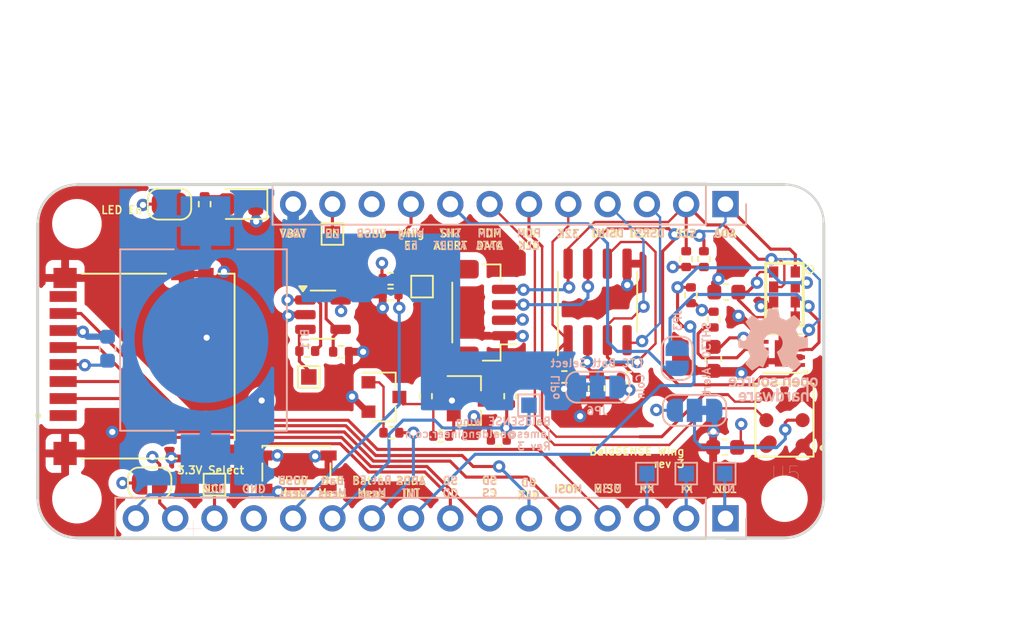
<source format=kicad_pcb>
(kicad_pcb (version 20240108) (generator "pcbnew") (generator_version "8.0")
  (layers (0 "F.Cu" signal) (1 "In1.Cu" power "In1.Gnd.Cu") (2 "In2.Cu" power "In2.3v3.Cu") (31 "B.Cu" signal) (34 "B.Paste" user) (35 "F.Paste" user) (36 "B.SilkS" user "B.Silkscreen") (37 "F.SilkS" user "F.Silkscreen") (38 "B.Mask" user) (39 "F.Mask" user) (44 "Edge.Cuts" user))
  (net 0 "")
  (net 1 "+3.3V")
  (net 2 "/TX")
  (net 3 "/RX")
  (net 4 "GND")
  (net 5 "Net-(D1-A)")
  (net 6 "/NC2")
  (net 7 "/~{RST}")
  (net 8 "/SDA")
  (net 9 "/SCL")
  (net 10 "+3v3_Feather")
  (net 11 "/EN")
  (net 12 "+RTC_BATT")
  (net 13 "Net-(JP2-C)")
  (net 14 "/NC1")
  (net 15 "/SD_DOut")
  (net 16 "/SD_DIn")
  (net 17 "/SD_CLK")
  (net 18 "/APDS_INT")
  (net 19 "/Batt_Meas")
  (net 20 "/VUSB_Meas")
  (net 21 "/Batt_Meas_En")
  (net 22 "/Load_SW_En")
  (net 23 "+Vusb")
  (net 24 "/32KHz")
  (net 25 "/DS3231_INT")
  (net 26 "/DS3231_RST")
  (net 27 "/PDM_DATA")
  (net 28 "/PDM_CLK")
  (net 30 "/SD_CS")
  (net 32 "/SD_CD")
  (net 33 "Net-(JP3-A)")
  (net 34 "Net-(JP5-B)")
  (net 35 "Net-(Q1-C)")
  (net 36 "Net-(Q1-B)")
  (net 37 "Net-(Q2-C)")
  (net 38 "Net-(Q2-B)")
  (net 39 "Net-(U3-~{RESET})")
  (net 40 "Net-(U1-LDR)")
  (net 41 "+V_RTC")
  (net 42 "/SHT30_ALERT")
  (net 43 "+Vbatt")
  (net 44 "Net-(U4-FLG)")
  (footprint "MountingHole:MountingHole_2.7mm_M2.5" (layer "F.Cu") (at 27.94 27.94)
    (property "Reference" "REF**" (hide yes))
    (property "Value" "MountingHole_2.7mm_M2.5" (hide yes))
  )
  (footprint "MountingHole:MountingHole_2.7mm_M2.5" (layer "F.Cu") (at 27.94 45.72)
    (property "Reference" "REF**" (hide yes))
    (property "Value" "MountingHole_2.7mm_M2.5" (hide yes))
  )
  (footprint "MountingHole:MountingHole_2.5mm" (layer "F.Cu") (at 73.66 45.72)
    (property "Reference" "REF**" (hide yes))
    (property "Value" "MountingHole_2.5mm" (hide yes))
  )
  (footprint "MountingHole:MountingHole_2.5mm" (layer "F.Cu") (at 73.66 27.94)
    (property "Reference" "REF**" (hide yes))
    (property "Value" "MountingHole_2.5mm" (hide yes))
  )
  (footprint "Capacitor_SMD:C_0603_1608Metric" (layer "F.Cu") (at 69.825 42.4 180)
    (property "Reference" "C1" (hide yes))
    (property "Value" "1uF")
  )
  (footprint "LED_SMD:LED_0805_2012Metric" (layer "F.Cu") (at 38.5595 26.67 180)
    (property "Reference" "D1" (hide yes))
    (property "Value" "PWR_LED")
  )
  (footprint "Jumper:SolderJumper-2_P1.3mm_Open_RoundedPad1.0x1.5mm" (layer "F.Cu") (at 33.924 26.67)
    (property "Reference" "JP5" (hide yes))
    (property "Value" "LED En")
  )
  (footprint "Resistor_SMD:R_0402_1005Metric" (layer "F.Cu") (at 48.2092 31.496)
    (property "Reference" "R5" (hide yes))
    (property "Value" "10K")
  )
  (footprint "Resistor_SMD:R_0402_1005Metric" (layer "F.Cu") (at 48.2092 32.512 180)
    (property "Reference" "R6" (hide yes))
    (property "Value" "10K")
  )
  (footprint "Resistor_SMD:R_0402_1005Metric" (layer "F.Cu") (at 68.453 30.226 90)
    (property "Reference" "R12" (hide yes))
    (property "Value" "10K")
  )
  (footprint "My Libraries:APDS-9960" (layer "F.Cu") (at 73.66 32.512)
    (property "Reference" "U1")
    (property "Value" "APDS-9960")
  )
  (footprint "Package_SO:SOIC-8_3.9x4.9mm_P1.27mm" (layer "F.Cu") (at 61.5823 32.9946 90)
    (property "Reference" "U2" (hide yes))
    (property "Value" "DS3231MZ")
  )
  (footprint "Resistor_SMD:R_0402_1005Metric" (layer "F.Cu") (at 63.6016 37.8968)
    (property "Reference" "R2" (hide yes))
    (property "Value" "10K")
  )
  (footprint "Resistor_SMD:R_0402_1005Metric" (layer "F.Cu") (at 59.436 37.846 180)
    (property "Reference" "R1" (hide yes))
    (property "Value" "10K")
  )
  (footprint "Resistor_SMD:R_0402_1005Metric" (layer "F.Cu") (at 36.195 26.672 -90)
    (property "Reference" "R11" (hide yes))
    (property "Value" "1K")
  )
  (footprint "Jumper:SolderJumper-2_P1.3mm_Open_RoundedPad1.0x1.5mm" (layer "F.Cu") (at 32.639 44.704)
    (property "Reference" "JP1" (hide yes))
    (property "Value" "3.3V Select")
  )
  (footprint "Capacitor_SMD:C_0603_1608Metric" (layer "F.Cu") (at 61.5188 38.5826 -90)
    (property "Reference" "C2" (hide yes))
    (property "Value" "1uF")
  )
  (footprint "My Libraries:AMPHENOL_1140084168" (layer "F.Cu") (at 27.926 37.143 -90)
    (property "Reference" "J3" (hide yes))
    (property "Value" "1140084168")
  )
  (footprint "My Libraries:XDCR_CMM-4737DT-26186-TR" (layer "F.Cu") (at 73.66 40.64 180)
    (property "Reference" "U5")
    (property "Value" "CMM-4737DT-26186-TR")
  )
  (footprint "Capacitor_SMD:C_0603_1608Metric" (layer "F.Cu") (at 69.9008 32.3596 180)
    (property "Reference" "C3" (hide yes))
    (property "Value" "1uF")
  )
  (footprint "Package_TO_SOT_SMD:SOT-23" (layer "F.Cu") (at 53.2892 39.37)
    (property "Reference" "Q1" (hide yes))
    (property "Value" "Q_PNP_BEC")
  )
  (footprint "Resistor_SMD:R_0402_1005Metric" (layer "F.Cu") (at 55.9308 39.0906 90)
    (property "Reference" "R10" (hide yes))
    (property "Value" "10K")
  )
  (footprint "Package_TO_SOT_SMD:SOT-23" (layer "F.Cu") (at 47.7774 39.1414)
    (property "Reference" "Q2" (hide yes))
    (property "Value" "Q_NPN_BEC")
  )
  (footprint "Resistor_SMD:R_0402_1005Metric" (layer "F.Cu") (at 50.5 39.0906 90)
    (property "Reference" "R8" (hide yes))
    (property "Value" "1K")
  )
  (footprint "Resistor_SMD:R_0402_1005Metric" (layer "F.Cu") (at 51.4791 41.656)
    (property "Reference" "R7" (hide yes))
    (property "Value" "10K")
  )
  (footprint "Resistor_SMD:R_0402_1005Metric" (layer "F.Cu") (at 48.26 41.4528)
    (property "Reference" "R9" (hide yes))
    (property "Value" "1K")
  )
  (footprint "Resistor_SMD:R_0402_1005Metric" (layer "F.Cu") (at 55.2008 41.91)
    (property "Reference" "R14" (hide yes))
    (property "Value" "10K")
  )
  (footprint "Resistor_SMD:R_0402_1005Metric" (layer "F.Cu") (at 67.31 30.226 90)
    (property "Reference" "R13" (hide yes))
    (property "Value" "10K")
  )
  (footprint "Capacitor_SMD:C_0603_1608Metric" (layer "F.Cu") (at 69.0626 36.6776 -90)
    (property "Reference" "C4" (hide yes))
    (property "Value" "1uF")
  )
  (footprint "My Libraries:DFN250X250X100-9N" (layer "F.Cu") (at 73.533 36.322 180)
    (property "Reference" "U3")
    (property "Value" "SHT30-DIS")
  )
  (footprint "Package_TO_SOT_SMD:SOT-23-5" (layer "F.Cu") (at 43.8404 33.8187)
    (property "Reference" "U4" (hide yes))
    (property "Value" "AP2151AW-7 ")
  )
  (footprint "Resistor_SMD:R_0402_1005Metric" (layer "F.Cu") (at 69.088 34.1376 90)
    (property "Reference" "R3" (hide yes))
    (property "Value" "10K")
  )
  (footprint "TestPoint:TestPoint_Pad_1.0x1.0mm" (layer "F.Cu") (at 36.83 44.8056)
    (property "Reference" "TP1" (hide yes))
    (property "Value" "Test Point")
  )
  (footprint "TestPoint:TestPoint_Pad_1.0x1.0mm" (layer "F.Cu") (at 42.926 37.846)
    (property "Reference" "TP7" (hide yes))
    (property "Value" "FLG")
  )
  (footprint "Resistor_SMD:R_0402_1005Metric" (layer "F.Cu") (at 67.6148 32.5628 -90)
    (property "Reference" "R16" (hide yes))
    (property "Value" "10K")
  )
  (footprint "Button_Switch_SMD:SW_SPST_PTS810" (layer "F.Cu") (at 42.121 44.001)
    (property "Reference" "SW1" (hide yes))
    (property "Value" "PTS810")
  )
  (footprint "Connector_JST:JST_SH_BM04B-SRSS-TB_1x04-1MP_P1.00mm_Vertical" (layer "F.Cu") (at 54.2036 33.6804 90)
    (property "Reference" "J4" (hide yes))
    (property "Value" "STEMMA-QT")
  )
  (footprint "TestPoint:TestPoint_Pad_1.0x1.0mm" (layer "F.Cu") (at 44.45 28.6004)
    (property "Reference" "TP8" (hide yes))
    (property "Value" "Test Point")
  )
  (footprint "Resistor_SMD:R_0402_1005Metric" (layer "F.Cu") (at 42.8244 36.1696)
    (property "Reference" "R15" (hide yes))
    (property "Value" "10K")
  )
  (footprint "TestPoint:TestPoint_Pad_1.0x1.0mm" (layer "F.Cu") (at 50.2412 32.004)
    (property "Reference" "TP6" (hide yes))
    (property "Value" "Test Point")
  )
  (footprint "Resistor_SMD:R_0402_1005Metric" (layer "F.Cu") (at 45.0088 36.2204 180)
    (property "Reference" "R4" (hide yes))
    (property "Value" "10K")
  )
  (footprint "Connector_PinHeader_2.54mm:PinHeader_1x16_P2.54mm_Vertical" (layer "B.Cu") (at 69.85 46.99 90)
    (property "Reference" "J1" (hide yes))
    (property "Value" "feather long" (hide yes))
  )
  (footprint "Connector_PinHeader_2.54mm:PinHeader_1x12_P2.54mm_Vertical" (layer "B.Cu") (at 69.85 26.67 90)
    (property "Reference" "J2" (hide yes))
    (property "Value" "feather short" (hide yes))
  )
  (footprint "Capacitor_SMD:C_0603_1608Metric" (layer "B.Cu") (at 29.9212 36.0172 90)
    (property "Reference" "C7" (hide yes))
    (property "Value" "1uF")
  )
  (footprint "Jumper:SolderJumper-2_P1.3mm_Open_RoundedPad1.0x1.5mm" (layer "B.Cu") (at 66.7258 36.6395 -90)
    (property "Reference" "JP3")
    (property "Value" "SHT30-Alert")
  )
  (footprint "My Libraries:MPD_BK-870" (layer "B.Cu") (at 36.2458 35.4584 90)
    (property "Reference" "BT1")
    (property "Value" "10mm")
  )
  (footprint "Jumper:SolderJumper-3_P1.3mm_Bridged12_RoundedPad1.0x1.5mm" (layer "B.Cu") (at 61.595 38.5064)
    (property "Reference" "JP6")
    (property "Value" "RTC Batt Select")
  )
  (footprint "Symbol:OSHW-Logo_5.7x6mm_SilkScreen" (layer "B.Cu") (at 72.9361 36.4236 180)
    (property "Reference" "REF**" (hide yes))
    (property "Value" "OSHW-Logo_5.7x6mm_SilkScreen" (hide yes))
  )
  (footprint "Jumper:SolderJumper-3_P1.3mm_Bridged12_RoundedPad1.0x1.5mm" (layer "B.Cu") (at 67.848 40.005 180)
    (property "Reference" "JP2" (hide yes))
    (property "Value" "RTC Batt Select")
  )
  (footprint "TestPoint:TestPoint_Pad_1.0x1.0mm" (layer "B.Cu") (at 69.7992 44.0944 -90)
    (property "Reference" "TP4" (hide yes))
    (property "Value" "Test Point")
  )
  (footprint "TestPoint:TestPoint_Pad_1.0x1.0mm" (layer "B.Cu") (at 57.15 39.6748 180)
    (property "Reference" "TP5" (hide yes))
    (property "Value" "Test Point")
  )
  (footprint "TestPoint:TestPoint_Pad_1.0x1.0mm" (layer "B.Cu") (at 67.31 44.0944 -90)
    (property "Reference" "TP3" (hide yes))
    (property "Value" "Test Point")
  )
  (footprint "TestPoint:TestPoint_Pad_1.0x1.0mm" (layer "B.Cu") (at 64.77 44.0944 90)
    (property "Reference" "TP2" (hide yes))
    (property "Value" "Test Point")
  )
  (gr_line (start 25.4 45.72) (end 25.4 27.94) (stroke (width 0.2)) (layer "Edge.Cuts"))
  (gr_line (start 76.2 27.94) (end 76.2 45.72) (stroke (width 0.2)) (layer "Edge.Cuts"))
  (gr_arc (start 76.2 45.72) (mid 75.456051 47.516051) (end 73.66 48.26) (stroke (width 0.15)) (layer "Edge.Cuts"))
  (gr_arc (start 25.4 27.94) (mid 26.143949 26.143949) (end 27.94 25.4) (stroke (width 0.15)) (layer "Edge.Cuts"))
  (gr_arc (start 73.66 25.4) (mid 75.456051 26.143949) (end 76.2 27.94) (stroke (width 0.15)) (layer "Edge.Cuts"))
  (gr_arc (start 27.94 48.26) (mid 26.143949 47.516051) (end 25.4 45.72) (stroke (width 0.15)) (layer "Edge.Cuts"))
  (gr_line (start 73.66 48.26) (end 27.94 48.26) (stroke (width 0.2)) (layer "Edge.Cuts"))
  (gr_line (start 27.94 25.4) (end 73.66 25.4) (stroke (width 0.2)) (layer "Edge.Cuts"))
  (gr_text "VUSB\nMeas" (at 41.91 44.958 -0) (layer "B.SilkS") (effects (font (size 0.5 0.5) (thickness 0.1)) (justify mirror)))
  (gr_text "BaldSENSE Wing\njames@baldengineer.com\nRev 3" (at 58.6232 41.529 0) (layer "B.SilkS") (effects (font (size 0.5 0.5) (thickness 0.1)) (justify left mirror)))
  (gr_text "TX" (at 67.3862 45.0723 0) (layer "B.SilkS") (effects (font (size 0.5 0.5) (thickness 0.1)) (justify mirror)))
  (gr_text "RX" (at 64.77 45.0596 0) (layer "B.SilkS") (effects (font (size 0.5 0.5) (thickness 0.1)) (justify mirror)))
  (gr_text "MISO" (at 62.2554 45.0596 0) (layer "B.SilkS") (effects (font (size 0.5 0.5) (thickness 0.1)) (justify mirror)))
  (gr_text "MOSI" (at 59.69 45.0977 0) (layer "B.SilkS") (effects (font (size 0.5 0.5) (thickness 0.1)) (justify mirror)))
  (gr_text "SD\nCLK" (at 57.1246 45.0977 0) (layer "B.SilkS") (effects (font (size 0.5 0.5) (thickness 0.1)) (justify mirror)))
  (gr_text "APDS\nINT" (at 49.5173 44.9707 0) (layer "B.SilkS") (effects (font (size 0.5 0.5) (thickness 0.1)) (justify mirror)))
  (gr_text "Bat En\nMeas" (at 47.0154 44.9326 0) (layer "B.SilkS") (effects (font (size 0.5 0.5) (thickness 0.1)) (justify mirror)))
  (gr_text "GND" (at 39.3827 45.0977 0) (layer "B.SilkS") (effects (font (size 0.5 0.5) (thickness 0.1)) (justify mirror)))
  (gr_text "NC2" (at 36.83 45.0977 0) (layer "B.SilkS") (effects (font (size 0.5 0.5) (thickness 0.1)) (justify mirror)))
  (gr_text "VBAT" (at 41.8973 28.5623 0) (layer "B.SilkS") (effects (font (size 0.5 0.5) (thickness 0.1)) (justify mirror)))
  (gr_text "EN" (at 44.45 28.6004 0) (layer "B.SilkS") (effects (font (size 0.5 0.5) (thickness 0.1)) (justify mirror)))
  (gr_text "VUSB" (at 46.9646 28.575 0) (layer "B.SilkS") (effects (font (size 0.5 0.5) (thickness 0.1)) (justify mirror)))
  (gr_text "Wing\nEn" (at 49.5173 28.9433 0) (layer "B.SilkS") (effects (font (size 0.5 0.5) (thickness 0.1)) (justify mirror)))
  (gr_text "SHT\nALERT" (at 52.0573 28.956 0) (layer "B.SilkS") (effects (font (size 0.5 0.5) (thickness 0.1)) (justify mirror)))
  (gr_text "PDM\nDATA" (at 54.5973 28.956 0) (layer "B.SilkS") (effects (font (size 0.5 0.5) (thickness 0.1)) (justify mirror)))
  (gr_text "PDM\nCLK" (at 57.15 28.956 0) (layer "B.SilkS") (effects (font (size 0.5 0.5) (thickness 0.1)) (justify mirror)))
  (gr_text "32K" (at 59.69 28.6004 0) (layer "B.SilkS") (effects (font (size 0.5 0.5) (thickness 0.1)) (justify mirror)))
  (gr_text "DSINT" (at 62.23 28.5496 0) (layer "B.SilkS") (effects (font (size 0.5 0.5) (thickness 0.1)) (justify mirror)))
  (gr_text "DSRST" (at 64.77 28.5496 0) (layer "B.SilkS") (effects (font (size 0.5 0.5) (thickness 0.1)) (justify mirror)))
  (gr_text "SCL" (at 67.2846 28.5877 0) (layer "B.SilkS") (effects (font (size 0.5 0.5) (thickness 0.1)) (justify mirror)))
  (gr_text "SDA" (at 69.8119 28.575 0) (layer "B.SilkS") (effects (font (size 0.5 0.5) (thickness 0.1)) (justify mirror)))
  (gr_text "NC1" (at 69.723 45.085 -0) (layer "B.SilkS") (effects (font (size 0.5 0.5) (thickness 0.1)) (justify mirror)))
  (gr_text "SD\nCS" (at 54.61 44.958 -0) (layer "B.SilkS") (effects (font (size 0.5 0.5) (thickness 0.1)) (justify mirror)))
  (gr_text "Batt\nMeas" (at 44.45 44.958 -0) (layer "B.SilkS") (effects (font (size 0.5 0.5) (thickness 0.1)) (justify mirror)))
  (gr_text "LiPo" (at 58.8645 38.5191 90) (layer "B.SilkS") (effects (font (size 0.5 0.5) (thickness 0.1)) (justify mirror)))
  (gr_text "SD\nCD" (at 52.07 44.958 -0) (layer "B.SilkS") (effects (font (size 0.5 0.5) (thickness 0.1)) (justify mirror)))
  (gr_text "Coin" (at 64.3509 38.4683 90) (layer "B.SilkS") (effects (font (size 0.5 0.5) (thickness 0.1)) (justify mirror)))
  (gr_text "NC2" (at 36.83 45.085 0) (layer "F.SilkS") (effects (font (size 0.5 0.5) (thickness 0.1))))
  (gr_text "GND" (at 39.37 45.085 0) (layer "F.SilkS") (effects (font (size 0.5 0.5) (thickness 0.1))))
  (gr_text "Batt\nMeas" (at 44.45 44.958 0) (layer "F.SilkS") (effects (font (size 0.5 0.5) (thickness 0.1))))
  (gr_text "Bat En\nMeas" (at 46.99 44.958 0) (layer "F.SilkS") (effects (font (size 0.5 0.5) (thickness 0.1))))
  (gr_text "APDS\nINT" (at 49.53 44.958 0) (layer "F.SilkS") (effects (font (size 0.5 0.5) (thickness 0.1))))
  (gr_text "SD\nCLK" (at 57.15 45.085 0) (layer "F.SilkS") (effects (font (size 0.5 0.5) (thickness 0.1))))
  (gr_text "MOSI" (at 59.69 45.085 0) (layer "F.SilkS") (effects (font (size 0.5 0.5) (thickness 0.1))))
  (gr_text "MISO" (at 62.23 45.085 0) (layer "F.SilkS") (effects (font (size 0.5 0.5) (thickness 0.1))))
  (gr_text "RX" (at 64.77 45.085 0) (layer "F.SilkS") (effects (font (size 0.5 0.5) (thickness 0.1))))
  (gr_text "TX" (at 67.31 45.085 0) (layer "F.SilkS") (effects (font (size 0.5 0.5) (thickness 0.1))))
  (gr_text "NC1" (at 69.85 45.085 0) (layer "F.SilkS") (effects (font (size 0.5 0.5) (thickness 0.1))))
  (gr_text "SDA" (at 69.85 28.575 0) (layer "F.SilkS") (effects (font (size 0.5 0.5) (thickness 0.1))))
  (gr_text "SCL" (at 67.31 28.575 0) (layer "F.SilkS") (effects (font (size 0.5 0.5) (thickness 0.1))))
  (gr_text "DSRST" (at 64.77 28.575 0) (layer "F.SilkS") (effects (font (size 0.5 0.5) (thickness 0.1))))
  (gr_text "DSINT" (at 62.23 28.575 0) (layer "F.SilkS") (effects (font (size 0.5 0.5) (thickness 0.1))))
  (gr_text "32K" (at 59.69 28.575 0) (layer "F.SilkS") (effects (font (size 0.5 0.5) (thickness 0.1))))
  (gr_text "PDM\nCLK" (at 57.15 28.956 0) (layer "F.SilkS") (effects (font (size 0.5 0.5) (thickness 0.1))))
  (gr_text "PDM\nDATA" (at 54.61 28.956 0) (layer "F.SilkS") (effects (font (size 0.5 0.5) (thickness 0.1))))
  (gr_text "SHT\nALERT" (at 52.07 28.956 0) (layer "F.SilkS") (effects (font (size 0.5 0.5) (thickness 0.1))))
  (gr_text "EN" (at 44.45 28.575 0) (layer "F.SilkS") (effects (font (size 0.5 0.5) (thickness 0.1))))
  (gr_text "VBAT" (at 41.91 28.575 0) (layer "F.SilkS") (effects (font (size 0.5 0.5) (thickness 0.1))))
  (gr_text "VUSB" (at 46.99 28.575 0) (layer "F.SilkS") (effects (font (size 0.5 0.5) (thickness 0.1))))
  (gr_text "BaldSENSE Wing\nrev 3" (at 67.2592 43.0657 0) (layer "F.SilkS") (effects (font (size 0.5 0.5) (thickness 0.1)) (justify right)))
  (gr_text "SD\nCD" (at 52.07 44.958 0) (layer "F.SilkS") (effects (font (size 0.5 0.5) (thickness 0.1))))
  (gr_text "SD\nCS" (at 54.61 44.958 0) (layer "F.SilkS") (effects (font (size 0.5 0.5) (thickness 0.1))))
  (gr_text "VUSB\nMeas" (at 41.91 44.958 0) (layer "F.SilkS") (effects (font (size 0.5 0.5) (thickness 0.1))))
  (gr_text "Wing\nEn" (at 49.53 28.956 -0) (layer "F.SilkS") (effects (font (size 0.5 0.5) (thickness 0.1))))
  (segment (start 32.258 26.67) (end 32.2072 26.7208) (width 0.2) (layer "F.Cu") (net 1))
  (segment (start 72.358 35.572) (end 71.266706 35.572) (width 0.2) (layer "F.Cu") (net 1))
  (segment (start 42.7029 32.8687) (end 41.5555 32.8687) (width 0.2) (layer "F.Cu") (net 1))
  (segment (start 61.608 37.8968) (end 61.5188 37.8076) (width 0.2) (layer "F.Cu") (net 1))
  (segment (start 33.274 26.67) (end 32.258 26.67) (width 0.2) (layer "F.Cu") (net 1))
  (segment (start 69.5376 35.9026) (end 70.1222 35.318) (width 0.2) (layer "F.Cu") (net 1))
  (segment (start 60.9473 35.4696) (end 60.9473 37.2361) (width 0.2) (layer "F.Cu") (net 1))
  (segment (start 70.1222 35.318) (end 71.012706 35.318) (width 0.2) (layer "F.Cu") (net 1))
  (segment (start 70.8383 40.9217) (end 70.866 40.894) (width 0.1524) (layer "F.Cu") (net 1))
  (segment (start 55.5286 34.1804) (end 56.7008 34.1804) (width 0.2) (layer "F.Cu") (net 1))
  (segment (start 31.989 44.704) (end 30.8864 44.704) (width 0.2) (layer "F.Cu") (net 1))
  (segment (start 28.407 37.043) (end 28.448 37.084) (width 0.2) (layer "F.Cu") (net 1))
  (segment (start 68.453 30.736) (end 67.31 30.736) (width 0.2) (layer "F.Cu") (net 1))
  (segment (start 67.8708 33.0728) (end 68.326 33.528) (width 0.2) (layer "F.Cu") (net 1))
  (segment (start 43.688 33.1216) (end 43.4351 32.8687) (width 0.2) (layer "F.Cu") (net 1))
  (segment (start 43.3344 36.1696) (end 43.688 35.816) (width 0.2) (layer "F.Cu") (net 1))
  (segment (start 70.8383 42.418) (end 70.8383 40.9217) (width 0.1524) (layer "F.Cu") (net 1))
  (segment (start 70.6758 32.856906) (end 70.6758 32.3596) (width 0.2) (layer "F.Cu") (net 1))
  (segment (start 71.431199 33.612305) (end 70.6758 32.856906) (width 0.2) (layer "F.Cu") (net 1))
  (segment (start 72.068 31.057) (end 72.96 31.057) (width 0.1524) (layer "F.Cu") (net 1))
  (segment (start 41.5555 32.8687) (end 41.5544 32.8676) (width 0.2) (layer "F.Cu") (net 1))
  (segment (start 67.6148 33.0728) (end 67.8708 33.0728) (width 0.2) (layer "F.Cu") (net 1))
  (segment (start 56.7008 34.1804) (end 56.7436 34.1376) (width 0.2) (layer "F.Cu") (net 1))
  (segment (start 72.474305 33.978801) (end 72.723053 33.730053) (width 0.1524) (layer "F.Cu") (net 1))
  (segment (start 61.4804 37.846) (end 61.5188 37.8076) (width 0.2) (layer "F.Cu") (net 1))
  (segment (start 72.49 42.29) (end 70.9663 42.29) (width 0.1524) (layer "F.Cu") (net 1))
  (segment (start 71.2724 32.3596) (end 71.882 31.75) (width 0.2) (layer "F.Cu") (net 1))
  (segment (start 71.882 31.243) (end 72.068 31.057) (width 0.1524) (layer "F.Cu") (net 1))
  (segment (start 72.723053 33.730053) (end 72.96 33.967) (width 0.1524) (layer "F.Cu") (net 1))
  (segment (start 69.088 33.6276) (end 68.4256 33.6276) (width 0.2) (layer "F.Cu") (net 1))
  (segment (start 60.9092 37.198) (end 61.5188 37.8076) (width 0.2) (layer "F.Cu") (net 1))
  (segment (start 71.797695 33.978801) (end 72.474305 33.978801) (width 0.1524) (layer "F.Cu") (net 1))
  (segment (start 68.4256 33.6276) (end 68.326 33.528) (width 0.2) (layer "F.Cu") (net 1))
  (segment (start 43.688 35.816) (end 43.688 33.1216) (width 0.2) (layer "F.Cu") (net 1))
  (segment (start 27.051 37.043) (end 28.407 37.043) (width 0.2) (layer "F.Cu") (net 1))
  (segment (start 69.0626 35.9026) (end 69.5376 35.9026) (width 0.2) (layer "F.Cu") (net 1))
  (segment (start 70.6758 32.3596) (end 71.2724 32.3596) (width 0.2) (layer "F.Cu") (net 1))
  (segment (start 66.4484 30.736) (end 66.4464 30.734) (width 0.2) (layer "F.Cu") (net 1))
  (segment (start 59.946 37.846) (end 61.4804 37.846) (width 0.2) (layer "F.Cu") (net 1))
  (segment (start 70.9663 42.29) (end 70.8383 42.418) (width 0.1524) (layer "F.Cu") (net 1))
  (segment (start 43.4351 32.8687) (end 42.7029 32.8687) (width 0.2) (layer "F.Cu") (net 1))
  (segment (start 71.431199 33.612305) (end 71.797695 33.978801) (width 0.1524) (layer "F.Cu") (net 1))
  (segment (start 63.0916 37.8968) (end 61.608 37.8968) (width 0.2) (layer "F.Cu") (net 1))
  (segment (start 67.31 30.736) (end 66.4484 30.736) (width 0.2) (layer "F.Cu") (net 1))
  (segment (start 71.266706 35.572) (end 71.012706 35.318) (width 0.2) (layer "F.Cu") (net 1))
  (segment (start 60.9092 36.8808) (end 60.9092 37.198) (width 0.2) (layer "F.Cu") (net 1))
  (segment (start 71.882 31.75) (end 71.882 31.243) (width 0.1524) (layer "F.Cu") (net 1))
  (via (at 30.8864 44.704) (size 0.8) (drill 0.4) (layers "F.Cu" "B.Cu") (net 1))
  (via (at 28.448 37.084) (size 0.8) (drill 0.4) (layers "F.Cu" "B.Cu") (net 1))
  (via (at 66.4464 30.734) (size 0.8) (drill 0.4) (layers "F.Cu" "B.Cu") (net 1))
  (via (at 71.882 31.75) (size 0.8) (drill 0.4) (layers "F.Cu" "B.Cu") (net 1))
  (via (at 56.7436 34.1376) (size 0.8) (drill 0.4) (layers "F.Cu" "B.Cu") (net 1))
  (via (at 32.2072 26.7208) (size 0.8) (drill 0.4) (layers "F.Cu" "B.Cu") (net 1))
  (via (at 68.326 33.528) (size 0.8) (drill 0.4) (layers "F.Cu" "B.Cu") (net 1))
  (via (at 70.866 40.894) (size 0.8) (drill 0.4) (layers "F.Cu" "B.Cu") (net 1))
  (via (at 71.012706 35.318) (size 0.8) (drill 0.4) (layers "F.Cu" "B.Cu") (net 1))
  (via (at 65.3796 39.9796) (size 0.8) (drill 0.4) (layers "F.Cu" "B.Cu") (net 1))
  (via (at 60.9092 36.8808) (size 0.8) (drill 0.4) (layers "F.Cu" "B.Cu") (net 1))
  (via (at 41.5544 32.8676) (size 0.8) (drill 0.4) (layers "F.Cu" "B.Cu") (net 1))
  (segment (start 28.448 37.084) (end 29.6294 37.084) (width 0.2) (layer "B.Cu") (net 1))
  (segment (start 65.405 40.005) (end 65.3796 39.9796) (width 0.2) (layer "B.Cu") (net 1))
  (segment (start 66.548 40.005) (end 65.405 40.005) (width 0.2) (layer "B.Cu") (net 1))
  (segment (start 29.6294 37.084) (end 29.9212 36.7922) (width 0.2) (layer "B.Cu") (net 1))
  (segment (start 67.31 46.99) (end 67.31 44.0944) (width 0.2) (layer "B.Cu") (net 2))
  (segment (start 64.77 46.99) (end 64.77 44.0944) (width 0.2) (layer "B.Cu") (net 3))
  (segment (start 69.1258 32.3596) (end 69.1258 31.763) (width 0.4064) (layer "F.Cu") (net 4))
  (segment (start 71.906 37.072) (end 71.374 37.604) (width 0.4064) (layer "F.Cu") (net 4))
  (segment (start 70.862702 37.6151) (end 70.873802 37.604) (width 0.4064) (layer "F.Cu") (net 4))
  (segment (start 61.5188 39.3576) (end 61.4804 39.3576) (width 0.4064) (layer "F.Cu") (net 4))
  (segment (start 73.152 36.83) (end 73.533 36.449) (width 0.4064) (layer "F.Cu") (net 4))
  (segment (start 72.683 33.274) (end 72.96 32.997) (width 0.4064) (layer "F.Cu") (net 4))
  (segment (start 61.4804 39.3576) (end 60.452 40.386) (width 0.4064) (layer "F.Cu") (net 4))
  (segment (start 47.6992 33.3736) (end 47.7012 33.3756) (width 0.4064) (layer "F.Cu") (net 4))
  (segment (start 73.2008 34.7334) (end 71.634714 34.7334) (width 0.4064) (layer "F.Cu") (net 4))
  (segment (start 72.358 37.072) (end 71.906 37.072) (width 0.4064) (layer "F.Cu") (net 4))
  (segment (start 47.6992 32.512) (end 47.6992 33.3736) (width 0.4064) (layer "F.Cu") (net 4))
  (segment (start 28.239 34.843) (end 28.321 34.925) (width 0.4064) (layer "F.Cu") (net 4))
  (segment (start 73.533 36.322) (end 73.533 36.449) (width 0.4064) (layer "F.Cu") (net 4))
  (segment (start 27.051 34.843) (end 28.239 34.843) (width 0.4064) (layer "F.Cu") (net 4))
  (segment (start 44.196 42.926) (end 43.3832 42.926) (width 0.4064) (layer "F.Cu") (net 4))
  (segment (start 45.5188 36.2204) (end 46.4312 36.2204) (width 0.4064) (layer "F.Cu") (net 4))
  (segment (start 71.634714 34.7334) (end 70.797645 33.896331) (width 0.4064) (layer "F.Cu") (net 4))
  (segment (start 69.0626 37.6151) (end 70.862702 37.6151) (width 0.4064) (layer "F.Cu") (net 4))
  (segment (start 36.9604 31.518) (end 37.4396 31.0388) (width 0.4064) (layer "F.Cu") (net 4))
  (segment (start 69.05 41.3892) (end 69.062602 41.376598) (width 0.4064) (layer "F.Cu") (net 4))
  (segment (start 72.136 33.274) (end 72.683 33.274) (width 0.4064) (layer "F.Cu") (net 4))
  (segment (start 56.7196 35.1804) (end 56.7436 35.2044) (width 0.4064) (layer "F.Cu") (net 4))
  (segment (start 30.5694 42.4042) (end 30.8944 42.7292) (width 0.4064) (layer "F.Cu") (net 4))
  (segment (start 34.082198 43.118) (end 34.042598 43.0784) (width 0.4064) (layer "F.Cu") (net 4))
  (segment (start 39.497 27.7622) (end 39.5224 27.7876) (width 0.4064) (layer "F.Cu") (net 4))
  (segment (start 74.708 36.572) (end 73.783 36.572) (width 0.4064) (layer "F.Cu") (net 4))
  (segment (start 73.533 36.322) (end 73.533 35.0656) (width 0.4064) (layer "F.Cu") (net 4))
  (segment (start 42.7029 33.8187) (end 41.6701 33.8187) (width 0.4064) (layer "F.Cu") (net 4))
  (segment (start 35.426 43.118) (end 34.082198 43.118) (width 0.4064) (layer "F.Cu") (net 4))
  (segment (start 35.951 31.193) (end 36.276 31.518) (width 0.4064) (layer "F.Cu") (net 4))
  (segment (start 73.533 35.0656) (end 73.2008 34.7334) (width 0.4064) (layer "F.Cu") (net 4))
  (segment (start 72.358 36.572) (end 72.358 36.83) (width 0.4064) (layer "F.Cu") (net 4))
  (segment (start 63.4873 30.5196) (end 63.4873 31.8897) (width 0.4064) (layer "F.Cu") (net 4))
  (segment (start 41.6701 33.8187) (end 41.6052 33.8836) (width 0.4064) (layer "F.Cu") (net 4))
  (segment (start 40.046 42.926) (end 40.894 42.926) (width 0.4064) (layer "F.Cu") (net 4))
  (segment (start 75.6914 41.4286) (end 75.6914 39.8514) (width 0.4064) (layer "F.Cu") (net 4))
  (segment (start 36.276 31.518) (end 36.9604 31.518) (width 0.4064) (layer "F.Cu") (net 4))
  (segment (start 29.3944 42.4042) (end 30.5694 42.4042) (width 0.4064) (layer "F.Cu") (net 4))
  (segment (start 46.6954 40.0914) (end 45.72 39.116) (width 0.4064) (layer "F.Cu") (net 4))
  (segment (start 72.358 36.83) (end 72.358 37.072) (width 0.4064) (layer "F.Cu") (net 4))
  (segment (start 70.797645 33.896331) (end 70.689924 33.896331) (width 0.4064) (layer "F.Cu") (net 4))
  (segment (start 39.497 26.67) (end 39.497 27.7622) (width 0.4064) (layer "F.Cu") (net 4))
  (segment (start 69.05 42.4) (end 69.05 41.3892) (width 0.4064) (layer "F.Cu") (net 4))
  (segment (start 55.5286 35.1804) (end 56.7196 35.1804) (width 0.4064) (layer "F.Cu") (net 4))
  (segment (start 69.1258 31.763) (end 69.3928 31.496) (width 0.4064) (layer "F.Cu") (net 4))
  (segment (start 74.83 42.29) (end 75.6914 41.4286) (width 0.4064) (layer "F.Cu") (net 4))
  (segment (start 63.4873 31.8897) (end 63.5 31.9024) (width 0.4064) (layer "F.Cu") (net 4))
  (segment (start 73.152 36.83) (end 72.358 36.83) (width 0.4064) (layer "F.Cu") (net 4))
  (segment (start 43.3832 42.926) (end 43.3324 42.9768) (width 0.4064) (layer "F.Cu") (net 4))
  (segment (start 34.776 31.193) (end 35.951 31.193) (width 0.4064) (layer "F.Cu") (net 4))
  (segment (start 71.374 37.604) (end 70.873802 37.604) (width 0.4064) (layer "F.Cu") (net 4))
  (segment (start 75.6914 39.8514) (end 74.83 38.99) (width 0.4064) (layer "F.Cu") (net 4))
  (via (at 39.5224 27.7876) (size 0.8) (drill 0.4) (layers "F.Cu" "B.Cu") (net 4))
  (via (at 47.7012 33.3756) (size 0.8) (drill 0.4) (layers "F.Cu" "B.Cu") (net 4))
  (via (at 60.452 40.386) (size 0.8) (drill 0.4) (layers "F.Cu" "B.Cu") (net 4))
  (via (at 43.3324 42.9768) (size 0.8) (drill 0.4) (layers "F.Cu" "B.Cu") (net 4))
  (via (at 70.873802 37.604) (size 0.8) (drill 0.4) (layers "F.Cu" "B.Cu") (net 4))
  (via (at 72.136 33.274) (size 0.8) (drill 0.4) (layers "F.Cu" "B.Cu") (net 4))
  (via (at 41.6052 33.8836) (size 0.8) (drill 0.4) (layers "F.Cu" "B.Cu") (net 4))
  (via (at 70.689924 33.896331) (size 0.8) (drill 0.4) (layers "F.Cu" "B.Cu") (net 4))
  (via (at 28.321 34.925) (size 0.8) (drill 0.4) (layers "F.Cu" "B.Cu") (net 4))
  (via (at 37.4396 31.0388) (size 0.8) (drill 0.4) (layers "F.Cu" "B.Cu") (net 4))
  (via (at 34.042598 43.0784) (size 0.8) (drill 0.4) (layers "F.Cu" "B.Cu") (net 4))
  (via (at 69.062602 41.376598) (size 0.8) (drill 0.4) (layers "F.Cu" "B.Cu") (net 4))
  (via (at 36.322 35.306) (size 0.8) (drill 0.4) (layers "F.Cu" "B.Cu") (net 4))
  (via (at 40.894 42.926) (size 0.8) (drill 0.4) (layers "F.Cu" "B.Cu") (net 4))
  (via (at 53.594 40.386) (size 0.8) (drill 0.4) (layers "F.Cu" "B.Cu") (net 4))
  (via (at 63.5 31.9024) (size 0.8) (drill 0.4) (layers "F.Cu" "B.Cu") (net 4))
  (via (at 30.226 41.402) (size 0.8) (drill 0.4) (layers "F.Cu" "B.Cu") (net 4))
  (via (at 46.4312 36.2204) (size 0.8) (drill 0.4) (layers "F.Cu" "B.Cu") (net 4))
  (via (at 45.72 39.116) (size 0.8) (drill 0.4) (layers "F.Cu" "B.Cu") (net 4))
  (via (at 69.3928 31.496) (size 0.8) (drill 0.4) (layers "F.Cu" "B.Cu") (net 4))
  (via (at 56.7436 35.2044) (size 0.8) (drill 0.4) (layers "F.Cu" "B.Cu") (net 4))
  (segment (start 69.148 41.2912) (end 69.062602 41.376598) (width 0.4064) (layer "B.Cu") (net 4))
  (segment (start 28.6382 35.2422) (end 28.321 34.925) (width 0.4064) (layer "B.Cu") (net 4))
  (segment (start 69.148 40.005) (end 69.148 41.2912) (width 0.4064) (layer "B.Cu") (net 4))
  (segment (start 29.9212 35.2422) (end 28.6382 35.2422) (width 0.4064) (layer "B.Cu") (net 4))
  (segment (start 36.195 26.162) (end 37.114 26.162) (width 0.1524) (layer "F.Cu") (net 5))
  (segment (start 37.114 26.162) (end 37.622 26.67) (width 0.1524) (layer "F.Cu") (net 5))
  (segment (start 36.83 44.8056) (end 36.83 46.99) (width 0.2) (layer "F.Cu") (net 6))
  (segment (start 40.046 45.076) (end 44.196 45.076) (width 0.2) (layer "F.Cu") (net 7))
  (via (at 40.9448 45.2628) (size 0.8) (drill 0.4) (layers "F.Cu" "B.Cu") (net 7))
  (segment (start 32.6136 45.466) (end 40.7416 45.466) (width 0.2) (layer "B.Cu") (net 7))
  (segment (start 40.7416 45.466) (end 40.9448 45.2628) (width 0.2) (layer "B.Cu") (net 7))
  (segment (start 31.75 46.99) (end 31.75 46.3296) (width 0.2) (layer "B.Cu") (net 7))
  (segment (start 31.75 46.3296) (end 32.6136 45.466) (width 0.2) (layer "B.Cu") (net 7))
  (segment (start 66.548 28.6258) (end 66.548 28.956) (width 0.2) (layer "F.Cu") (net 8))
  (segment (start 60.9473 30.5196) (end 60.9473 29.5446) (width 0.1524) (layer "F.Cu") (net 8))
  (segment (start 68.453 29.000662) (end 68.163969 28.711631) (width 0.2) (layer "F.Cu") (net 8))
  (segment (start 66.548 28.956) (end 65.786 29.718) (width 0.2) (layer "F.Cu") (net 8))
  (segment (start 65.786 37.338) (end 66.802 38.354) (width 0.2) (layer "F.Cu") (net 8))
  (segment (start 66.802 38.354) (end 71.628 38.354) (width 0.2) (layer "F.Cu") (net 8))
  (segment (start 66.173398 28.251198) (end 66.548 28.6258) (width 0.2) (layer "F.Cu") (net 8))
  (segment (start 68.453 29.716) (end 68.453 29.000662) (width 0.2) (layer "F.Cu") (net 8))
  (segment (start 60.9473 29.5446) (end 62.240702 28.251198) (width 0.1524) (layer "F.Cu") (net 8))
  (segment (start 74.00541 29.58081) (end 74.36 29.9354) (width 0.2) (layer "F.Cu") (net 8))
  (segment (start 71.628 38.354) (end 72.136 37.846) (width 0.2) (layer "F.Cu") (net 8))
  (segment (start 72.136 37.846) (end 73.9404 37.846) (width 0.2) (layer "F.Cu") (net 8))
  (segment (start 73.9404 37.846) (end 74.708 37.0784) (width 0.2) (layer "F.Cu") (net 8))
  (segment (start 74.36 29.9354) (end 74.36 31.057) (width 0.2) (layer "F.Cu") (net 8))
  (segment (start 69.85 26.67) (end 72.76081 29.58081) (width 0.2) (layer "F.Cu") (net 8))
  (segment (start 60.96 32.004) (end 60.96 30.5323) (width 0.2) (layer "F.Cu") (net 8))
  (segment (start 65.786 29.718) (end 65.786 37.338) (width 0.2) (layer "F.Cu") (net 8))
  (segment (start 66.046398 28.251198) (end 66.173398 28.251198) (width 0.2) (layer "F.Cu") (net 8))
  (segment (start 56.7864 33.1804) (end 56.7944 33.1724) (width 0.2) (layer "F.Cu") (net 8))
  (segment (start 72.76081 29.58081) (end 74.00541 29.58081) (width 0.2) (layer "F.Cu") (net 8))
  (segment (start 62.240702 28.251198) (end 66.046398 28.251198) (width 0.1524) (layer "F.Cu") (net 8))
  (segment (start 55.5286 33.1804) (end 56.7864 33.1804) (width 0.2) (layer "F.Cu") (net 8))
  (segment (start 60.96 30.5323) (end 60.9473 30.5196) (width 0.2) (layer "F.Cu") (net 8))
  (via (at 60.96 32.004) (size 0.8) (drill 0.4) (layers "F.Cu" "B.Cu") (net 8))
  (via (at 56.7944 33.1724) (size 0.8) (drill 0.4) (layers "F.Cu" "B.Cu") (net 8))
  (via (at 68.163969 28.711631) (size 0.8) (drill 0.4) (layers "F.Cu" "B.Cu") (net 8))
  (via (at 66.548 28.6258) (size 0.8) (drill 0.4) (layers "F.Cu" "B.Cu") (net 8))
  (segment (start 68.1736 28.702) (end 68.1736 28.4226) (width 0.2) (layer "B.Cu") (net 8))
  (segment (start 69.2404 28.4226) (end 69.85 27.813) (width 0.1524) (layer "B.Cu") (net 8))
  (segment (start 68.078138 28.6258) (end 68.163969 28.711631) (width 0.2) (layer "B.Cu") (net 8))
  (segment (start 66.548 28.6258) (end 68.078138 28.6258) (width 0.2) (layer "B.Cu") (net 8))
  (segment (start 60.96 32.004) (end 60.96 32.7152) (width 0.2) (layer "B.Cu") (net 8))
  (segment (start 60.5028 33.1724) (end 56.7944 33.1724) (width 0.2) (layer "B.Cu") (net 8))
  (segment (start 68.163969 28.711631) (end 68.1736 28.702) (width 0.2) (layer "B.Cu") (net 8))
  (segment (start 68.1736 28.4226) (end 69.2404 28.4226) (width 0.1524) (layer "B.Cu") (net 8))
  (segment (start 60.96 32.7152) (end 60.5028 33.1724) (width 0.2) (layer "B.Cu") (net 8))
  (segment (start 69.85 27.813) (end 69.85 26.67) (width 0.1524) (layer "B.Cu") (net 8))
  (segment (start 59.6773 30.5196) (end 59.6773 29.5446) (width 0.1524) (layer "F.Cu") (net 9))
  (segment (start 66.155199 27.824801) (end 67.31 26.67) (width 0.1524) (layer "F.Cu") (net 9))
  (segment (start 59.6773 31.9913) (end 59.7408 32.0548) (width 0.2) (layer "F.Cu") (net 9))
  (segment (start 69.7484 28.0162) (end 71.96541 30.23321) (width 0.2) (layer "F.Cu") (net 9))
  (segment (start 75.240378 35.039622) (end 74.708 35.572) (width 0.1524) (layer "F.Cu") (net 9))
  (segment (start 73.30821 30.23321) (end 72.812352 30.23321) (width 0.1524) (layer "F.Cu") (net 9))
  (segment (start 73.65 30.575) (end 73.30821 30.23321) (width 0.1524) (layer "F.Cu") (net 9))
  (segment (start 59.6773 30.5196) (end 59.6773 31.9913) (width 0.2) (layer "F.Cu") (net 9))
  (segment (start 56.7676 32.1804) (end 56.7944 32.2072) (width 0.2) (layer "F.Cu") (net 9))
  (segment (start 73.473 32.027) (end 73.65 31.85) (width 0.1524) (layer "F.Cu") (net 9))
  (segment (start 72.96 32.027) (end 73.473 32.027) (width 0.1524) (layer "F.Cu") (net 9))
  (segment (start 68.6562 28.0162) (end 69.7484 28.0162) (width 0.2) (layer "F.Cu") (net 9))
  (segment (start 67.31 26.67) (end 68.6562 28.0162) (width 0.2) (layer "F.Cu") (net 9))
  (segment (start 67.31 26.67) (end 67.31 29.716) (width 0.2) (layer "F.Cu") (net 9))
  (segment (start 59.6773 29.5446) (end 61.397099 27.824801) (width 0.1524) (layer "F.Cu") (net 9))
  (segment (start 55.5286 32.1804) (end 56.7676 32.1804) (width 0.2) (layer "F.Cu") (net 9))
  (segment (start 71.96541 30.23321) (end 72.812352 30.23321) (width 0.2) (layer "F.Cu") (net 9))
  (segment (start 61.397099 27.824801) (end 66.155199 27.824801) (width 0.1524) (layer "F.Cu") (net 9))
  (segment (start 75.240378 34.798) (end 75.240378 35.039622) (width 0.1524) (layer "F.Cu") (net 9))
  (segment (start 73.65 31.85) (end 73.65 30.575) (width 0.1524) (layer "F.Cu") (net 9))
  (via (at 59.7408 32.0548) (size 0.8) (drill 0.4) (layers "F.Cu" "B.Cu") (net 9))
  (via (at 72.812352 30.23321) (size 0.8) (drill 0.4) (layers "F.Cu" "B.Cu") (net 9))
  (via (at 75.240378 34.798) (size 0.8) (drill 0.4) (layers "F.Cu" "B.Cu") (net 9))
  (via (at 56.7944 32.2072) (size 0.8) (drill 0.4) (layers "F.Cu" "B.Cu") (net 9))
  (segment (start 56.7944 32.2072) (end 59.5884 32.2072) (width 0.2) (layer "B.Cu") (net 9))
  (segment (start 75.938602 34.099776) (end 75.938602 31.562763) (width 0.1524) (layer "B.Cu") (net 9))
  (segment (start 74.609049 30.23321) (end 72.812352 30.23321) (width 0.1524) (layer "B.Cu") (net 9))
  (segment (start 75.938602 31.562763) (end 74.609049 30.23321) (width 0.1524) (layer "B.Cu") (net 9))
  (segment (start 59.5884 32.2072) (end 59.7408 32.0548) (width 0.2) (layer "B.Cu") (net 9))
  (segment (start 75.240378 34.798) (end 75.938602 34.099776) (width 0.1524) (layer "B.Cu") (net 9))
  (segment (start 45.0088 33.5788) (end 45.0088 32.8996) (width 0.2) (layer "F.Cu") (net 10))
  (segment (start 33.289 44.704) (end 33.289 45.989) (width 0.2) (layer "F.Cu") (net 10))
  (segment (start 45.0088 32.8996) (end 44.9779 32.8687) (width 0.2) (layer "F.Cu") (net 10))
  (segment (start 33.289 45.989) (end 34.29 46.99) (width 0.2) (layer "F.Cu") (net 10))
  (segment (start 33.289 44.704) (end 33.289 43.4998) (width 0.2) (layer "F.Cu") (net 10))
  (segment (start 33.289 43.4998) (end 32.8168 43.0276) (width 0.2) (layer "F.Cu") (net 10))
  (via (at 32.8168 43.0276) (size 0.8) (drill 0.4) (layers "F.Cu" "B.Cu") (net 10))
  (via (at 45.0088 33.5788) (size 0.8) (drill 0.4) (layers "F.Cu" "B.Cu") (net 10))
  (segment (start 44.45 28.6004) (end 44.45 26.67) (width 0.2) (layer "F.Cu") (net 11))
  (via (at 63.635142 38.679871) (size 0.8) (drill 0.4) (layers "F.Cu" "B.Cu") (net 12))
  (via (at 39.877994 39.37) (size 0.8) (drill 0.4) (layers "F.Cu" "B.Cu") (net 12))
  (segment (start 39.877994 41.321206) (end 39.877994 39.37) (width 0.2) (layer "B.Cu") (net 12))
  (segment (start 38.0458 43.1534) (end 39.877994 41.321206) (width 0.2) (layer "B.Cu") (net 12))
  (segment (start 36.2458 43.1534) (end 38.0458 43.1534) (width 0.2) (layer "B.Cu") (net 12))
  (segment (start 63.216271 38.679871) (end 63.635142 38.679871) (width 0.2) (layer "B.Cu") (net 12))
  (segment (start 63.1444 38.608) (end 63.216271 38.679871) (width 0.2) (layer "B.Cu") (net 12))
  (segment (start 62.895 38.5064) (end 63.0428 38.5064) (width 0.2) (layer "B.Cu") (net 12))
  (segment (start 63.0428 38.5064) (end 63.1444 38.608) (width 0.2) (layer "B.Cu") (net 12))
  (segment (start 73.7108 40.7924) (end 73.8632 40.64) (width 0.2) (layer "F.Cu") (net 13))
  (segment (start 73.7108 41.2496) (end 73.7108 40.7924) (width 0.2) (layer "F.Cu") (net 13))
  (segment (start 73.8632 40.64) (end 74.83 40.64) (width 0.2) (layer "F.Cu") (net 13))
  (via (at 73.7108 41.2496) (size 0.8) (drill 0.4) (layers "F.Cu" "B.Cu") (net 13))
  (segment (start 73.152 42.418) (end 73.7108 41.8592) (width 0.2) (layer "B.Cu") (net 13))
  (segment (start 73.7108 41.8592) (end 73.7108 41.2496) (width 0.2) (layer "B.Cu") (net 13))
  (segment (start 68.326 42.418) (end 73.152 42.418) (width 0.2) (layer "B.Cu") (net 13))
  (segment (start 67.848 40.005) (end 67.848 41.94) (width 0.2) (layer "B.Cu") (net 13))
  (segment (start 67.848 41.94) (end 68.326 42.418) (width 0.2) (layer "B.Cu") (net 13))
  (segment (start 69.7992 46.9392) (end 69.85 46.99) (width 0.2) (layer "B.Cu") (net 14))
  (segment (start 69.7992 44.0944) (end 69.7992 46.9392) (width 0.2) (layer "B.Cu") (net 14))
  (segment (start 47.3592 42.5332) (end 57.773204 42.5332) (width 0.2) (layer "F.Cu") (net 15))
  (segment (start 28.199661 33.743) (end 35.103565 40.646904) (width 0.2) (layer "F.Cu") (net 15))
  (segment (start 35.103565 40.646904) (end 45.472904 40.646904) (width 0.2) (layer "F.Cu") (net 15))
  (segment (start 62.23 46.99) (end 58.775604 43.535604) (width 0.1524) (layer "F.Cu") (net 15))
  (segment (start 27.051 33.743) (end 28.199661 33.743) (width 0.2) (layer "F.Cu") (net 15))
  (segment (start 57.773204 42.5332) (end 58.775604 43.5356) (width 0.2) (layer "F.Cu") (net 15))
  (segment (start 58.775604 43.535604) (end 58.775604 43.5356) (width 0.1524) (layer "F.Cu") (net 15))
  (segment (start 45.472904 40.646904) (end 47.3592 42.5332) (width 0.2) (layer "F.Cu") (net 15))
  (segment (start 34.036 41.402) (end 45.212 41.402) (width 0.2) (layer "F.Cu") (net 16))
  (segment (start 45.212 41.402) (end 47.098 43.288) (width 0.2) (layer "F.Cu") (net 16))
  (segment (start 57.023 44.323) (end 59.69 46.99) (width 0.2) (layer "F.Cu") (net 16))
  (segment (start 47.098 43.288) (end 52.051 43.288) (width 0.2) (layer "F.Cu") (net 16))
  (segment (start 52.051 43.288) (end 53.086 44.323) (width 0.2) (layer "F.Cu") (net 16))
  (segment (start 27.051 38.143) (end 30.777 38.143) (width 0.2) (layer "F.Cu") (net 16))
  (segment (start 53.086 44.323) (end 57.023 44.323) (width 0.2) (layer "F.Cu") (net 16))
  (segment (start 30.777 38.143) (end 34.036 41.402) (width 0.2) (layer "F.Cu") (net 16))
  (segment (start 45.317304 40.999304) (end 34.395304 40.999304) (width 0.2) (layer "F.Cu") (net 17))
  (segment (start 47.244 42.926) (end 45.317304 40.999304) (width 0.2) (layer "F.Cu") (net 17))
  (segment (start 52.832 42.926) (end 47.244 42.926) (width 0.2) (layer "F.Cu") (net 17))
  (segment (start 29.339 35.943) (end 27.051 35.943) (width 0.2) (layer "F.Cu") (net 17))
  (segment (start 55.2196 43.6372) (end 53.5432 43.6372) (width 0.2) (layer "F.Cu") (net 17))
  (segment (start 34.395304 40.999304) (end 29.339 35.943) (width 0.2) (layer "F.Cu") (net 17))
  (segment (start 53.5432 43.6372) (end 52.832 42.926) (width 0.2) (layer "F.Cu") (net 17))
  (via (at 55.2196 43.6372) (size 0.8) (drill 0.4) (layers "F.Cu" "B.Cu") (net 17))
  (segment (start 57.15 45.5676) (end 57.15 46.99) (width 0.2) (layer "B.Cu") (net 17))
  (segment (start 55.2196 43.6372) (end 57.15 45.5676) (width 0.2) (layer "B.Cu") (net 17))
  (segment (start 66.7512 32.0548) (end 66.7512 34.2392) (width 0.2) (layer "F.Cu") (net 18))
  (segment (start 67.097523 34.585523) (end 67.564006 34.585523) (width 0.2) (layer "F.Cu") (net 18))
  (segment (start 66.7532 32.0528) (end 66.7512 32.0548) (width 0.2) (layer "F.Cu") (net 18))
  (segment (start 67.6148 32.0528) (end 66.7532 32.0528) (width 0.2) (layer "F.Cu") (net 18))
  (segment (start 66.7512 34.2392) (end 67.097523 34.585523) (width 0.2) (layer "F.Cu") (net 18))
  (segment (start 75.099924 31.751087) (end 74.635913 31.751087) (width 0.2) (layer "F.Cu") (net 18))
  (segment (start 74.635913 31.751087) (end 74.36 32.027) (width 0.2) (layer "F.Cu") (net 18))
  (via (at 66.7512 32.0548) (size 0.8) (drill 0.4) (layers "F.Cu" "B.Cu") (net 18))
  (via (at 75.099924 31.751087) (size 0.8) (drill 0.4) (layers "F.Cu" "B.Cu") (net 18))
  (via (at 67.564006 34.585523) (size 0.8) (drill 0.4) (layers "F.Cu" "B.Cu") (net 18))
  (segment (start 68.0212 30.7848) (end 66.7512 32.0548) (width 0.2) (layer "B.Cu") (net 18))
  (segment (start 73.407596 31.751087) (end 72.441309 30.7848) (width 0.2) (layer "B.Cu") (net 18))
  (segment (start 67.6148 38.4048) (end 67.818 38.2016) (width 0.2) (layer "B.Cu") (net 18))
  (segment (start 72.441309 30.7848) (end 68.0212 30.7848) (width 0.2) (layer "B.Cu") (net 18))
  (segment (start 53.6702 42.8498) (end 61.1886 42.8498) (width 0.2) (layer "B.Cu") (net 18))
  (segment (start 75.099924 31.751087) (end 73.407596 31.751087) (width 0.2) (layer "B.Cu") (net 18))
  (segment (start 49.53 46.99) (end 53.6702 42.8498) (width 0.2) (layer "B.Cu") (net 18))
  (segment (start 67.818 38.2016) (end 67.818 34.839517) (width 0.2) (layer "B.Cu") (net 18))
  (segment (start 67.818 34.839517) (end 67.564006 34.585523) (width 0.2) (layer "B.Cu") (net 18))
  (segment (start 61.1886 42.8498) (end 65.6336 38.4048) (width 0.2) (layer "B.Cu") (net 18))
  (segment (start 65.6336 38.4048) (end 67.6148 38.4048) (width 0.2) (layer "B.Cu") (net 18))
  (segment (start 55.7108 41.91) (end 55.7108 39.8206) (width 0.2) (layer "F.Cu") (net 19))
  (segment (start 55.7108 39.8206) (end 55.9308 39.6006) (width 0.2) (layer "F.Cu") (net 19))
  (via (at 55.6768 41.148) (size 0.8) (drill 0.4) (layers "F.Cu" "B.Cu") (net 19))
  (segment (start 55.6768 41.148) (end 56.896 41.148) (width 0.2) (layer "B.Cu") (net 19))
  (segment (start 51.054 40.64) (end 51.562 41.148) (width 0.2) (layer "B.Cu") (net 19))
  (segment (start 57.15 40.894) (end 57.15 39.6748) (width 0.2) (layer "B.Cu") (net 19))
  (segment (start 49.022 40.64) (end 51.054 40.64) (width 0.2) (layer "B.Cu") (net 19))
  (segment (start 56.896 41.148) (end 57.15 40.894) (width 0.2) (layer "B.Cu") (net 19))
  (segment (start 48.1044 41.5576) (end 49.022 40.64) (width 0.2) (layer "B.Cu") (net 19))
  (segment (start 51.562 41.148) (end 55.6768 41.148) (width 0.2) (layer "B.Cu") (net 19))
  (segment (start 44.45 46.99) (end 48.1044 43.3356) (width 0.2) (layer "B.Cu") (net 19))
  (segment (start 48.1044 43.3356) (end 48.1044 41.5576) (width 0.2) (layer "B.Cu") (net 19))
  (segment (start 48.7192 32.512) (end 48.7192 33.3268) (width 0.2) (layer "F.Cu") (net 20))
  (segment (start 48.7192 33.3268) (end 48.768 33.3756) (width 0.2) (layer "F.Cu") (net 20))
  (segment (start 48.7192 32.004) (end 48.7192 32.512) (width 0.2) (layer "F.Cu") (net 20))
  (segment (start 48.7192 31.496) (end 48.7192 32.004) (width 0.2) (layer "F.Cu") (net 20))
  (segment (start 50.2412 32.004) (end 48.7192 32.004) (width 0.2) (layer "F.Cu") (net 20))
  (via (at 48.768 33.3756) (size 0.8) (drill 0.4) (layers "F.Cu" "B.Cu") (net 20))
  (segment (start 41.91 46.482) (end 48.768 39.624) (width 0.2) (layer "B.Cu") (net 20))
  (segment (start 41.91 46.99) (end 41.91 46.482) (width 0.2) (layer "B.Cu") (net 20))
  (segment (start 48.768 39.624) (end 48.768 33.3756) (width 0.2) (layer "B.Cu") (net 20))
  (segment (start 49.6824 41.4528) (end 48.77 41.4528) (width 0.2) (layer "F.Cu") (net 21))
  (via (at 49.6824 41.4528) (size 0.8) (drill 0.4) (layers "F.Cu" "B.Cu") (net 21))
  (segment (start 49.6824 44.2976) (end 49.6824 41.4528) (width 0.2) (layer "B.Cu") (net 21))
  (segment (start 46.99 46.99) (end 49.6824 44.2976) (width 0.2) (layer "B.Cu") (net 21))
  (segment (start 44.0436 34.0868) (end 44.0436 30.0736) (width 0.2) (layer "F.Cu") (net 22))
  (segment (start 44.4988 35.2478) (end 44.9779 34.7687) (width 0.2) (layer "F.Cu") (net 22))
  (segment (start 44.2468 29.8704) (end 46.5836 29.8704) (width 0.2) (layer "F.Cu") (net 22))
  (segment (start 44.0436 30.0736) (end 44.2468 29.8704) (width 0.2) (layer "F.Cu") (net 22))
  (segment (start 44.7255 34.7687) (end 44.0436 34.0868) (width 0.2) (layer "F.Cu") (net 22))
  (segment (start 44.9779 34.7687) (end 44.7255 34.7687) (width 0.2) (layer "F.Cu") (net 22))
  (segment (start 47.9552 28.4988) (end 49.022 28.4988) (width 0.2) (layer "F.Cu") (net 22))
  (segment (start 49.022 28.4988) (end 49.53 27.9908) (width 0.2) (layer "F.Cu") (net 22))
  (segment (start 44.4988 36.2204) (end 44.4988 35.2478) (width 0.2) (layer "F.Cu") (net 22))
  (segment (start 49.53 27.9908) (end 49.53 26.67) (width 0.2) (layer "F.Cu") (net 22))
  (segment (start 46.5836 29.8704) (end 47.9552 28.4988) (width 0.2) (layer "F.Cu") (net 22))
  (segment (start 47.6504 30.48) (end 47.6504 31.4472) (width 0.2) (layer "F.Cu") (net 23))
  (segment (start 47.6504 31.4472) (end 47.6992 31.496) (width 0.2) (layer "F.Cu") (net 23))
  (via (at 47.6504 30.48) (size 0.8) (drill 0.4) (layers "F.Cu" "B.Cu") (net 23))
  (segment (start 58.926 37.846) (end 58.926 36.2209) (width 0.2) (layer "F.Cu") (net 24))
  (segment (start 58.674 29.1084) (end 58.674 34.4663) (width 0.1524) (layer "F.Cu") (net 24))
  (segment (start 59.69 26.67) (end 59.69 28.0924) (width 0.1524) (layer "F.Cu") (net 24))
  (segment (start 59.69 28.0924) (end 58.674 29.1084) (width 0.1524) (layer "F.Cu") (net 24))
  (segment (start 58.674 34.4663) (end 59.6773 35.4696) (width 0.1524) (layer "F.Cu") (net 24))
  (segment (start 58.926 36.2209) (end 59.6773 35.4696) (width 0.2) (layer "F.Cu") (net 24))
  (segment (start 62.2173 35.4696) (end 62.2173 34.4946) (width 0.1524) (layer "F.Cu") (net 25))
  (segment (start 62.2173 36.5633) (end 62.7116 37.0576) (width 0.2) (layer "F.Cu") (net 25))
  (segment (start 63.7898 34.0614) (end 64.5518 33.2994) (width 0.1524) (layer "F.Cu") (net 25))
  (segment (start 62.6505 34.0614) (end 63.7898 34.0614) (width 0.1524) (layer "F.Cu") (net 25))
  (segment (start 62.7116 37.0576) (end 63.2724 37.0576) (width 0.2) (layer "F.Cu") (net 25))
  (segment (start 62.2173 34.4946) (end 62.6505 34.0614) (width 0.1524) (layer "F.Cu") (net 25))
  (segment (start 63.2724 37.0576) (end 64.1116 37.8968) (width 0.2) (layer "F.Cu") (net 25))
  (segment (start 62.2173 35.4696) (end 62.2173 36.5633) (width 0.2) (layer "F.Cu") (net 25))
  (via (at 64.5518 33.2994) (size 0.8) (drill 0.4) (layers "F.Cu" "B.Cu") (net 25))
  (segment (start 64.5518 28.9918) (end 64.5518 33.2994) (width 0.1524) (layer "B.Cu") (net 25))
  (segment (start 62.23 26.67) (end 64.5518 28.9918) (width 0.1524) (layer "B.Cu") (net 25))
  (segment (start 64.352598 35.6362) (end 64.459699 35.529099) (width 0.1524) (layer "F.Cu") (net 26))
  (segment (start 63.6539 35.6362) (end 64.352598 35.6362) (width 0.1524) (layer "F.Cu") (net 26))
  (via (at 64.459699 35.529099) (size 0.8) (drill 0.4) (layers "F.Cu" "B.Cu") (net 26))
  (segment (start 65.62 27.52) (end 65.62 34.368798) (width 0.1524) (layer "B.Cu") (net 26))
  (segment (start 64.77 26.67) (end 65.62 27.52) (width 0.1524) (layer "B.Cu") (net 26))
  (segment (start 65.62 34.368798) (end 64.459699 35.529099) (width 0.1524) (layer "B.Cu") (net 26))
  (segment (start 57.531 40.9702) (end 57.531 29.591) (width 0.1524) (layer "F.Cu") (net 27))
  (segment (start 66.2178 42.2402) (end 58.801 42.2402) (width 0.1524) (layer "F.Cu") (net 27))
  (segment (start 71.728 39.878) (end 68.58 39.878) (width 0.1524) (layer "F.Cu") (net 27))
  (segment (start 72.49 40.64) (end 71.728 39.878) (width 0.1524) (layer "F.Cu") (net 27))
  (segment (start 68.58 39.878) (end 66.2178 42.2402) (width 0.1524) (layer "F.Cu") (net 27))
  (segment (start 58.801 42.2402) (end 57.531 40.9702) (width 0.1524) (layer "F.Cu") (net 27))
  (segment (start 57.531 29.591) (end 54.61 26.67) (width 0.1524) (layer "F.Cu") (net 27))
  (segment (start 57.999999 40.798263) (end 57.999999 29.4132) (width 0.1524) (layer "F.Cu") (net 28))
  (segment (start 70.4574 39.445) (end 70.0024 38.99) (width 0.1524) (layer "F.Cu") (net 28))
  (segment (start 68.452 38.99) (end 70.0024 38.99) (width 0.2) (layer "F.Cu") (net 28))
  (segment (start 57.15 28.563201) (end 57.999999 29.4132) (width 0.2) (layer "F.Cu") (net 28))
  (segment (start 58.914503 41.712767) (end 57.999999 40.798263) (width 0.1524) (layer "F.Cu") (net 28))
  (segment (start 72.49 38.99) (end 72.035 39.445) (width 0.1524) (layer "F.Cu") (net 28))
  (segment (start 64.3128 41.712767) (end 65.729233 41.712767) (width 0.2) (layer "F.Cu") (net 28))
  (segment (start 64.3128 41.712767) (end 58.914503 41.712767) (width 0.1524) (layer "F.Cu") (net 28))
  (segment (start 72.035 39.445) (end 70.4574 39.445) (width 0.1524) (layer "F.Cu") (net 28))
  (segment (start 57.15 26.67) (end 57.15 28.563201) (width 0.2) (layer "F.Cu") (net 28))
  (segment (start 65.729233 41.712767) (end 68.452 38.99) (width 0.2) (layer "F.Cu") (net 28))
  (segment (start 53.916769 46.99) (end 54.61 46.99) (width 0.2) (layer "F.Cu") (net 30))
  (segment (start 46.932768 43.6404) (end 50.567169 43.6404) (width 0.2) (layer "F.Cu") (net 30))
  (segment (start 31.0134 39.243) (end 33.528 41.7576) (width 0.2) (layer "F.Cu") (net 30))
  (segment (start 33.528 41.7576) (end 45.049968 41.7576) (width 0.2) (layer "F.Cu") (net 30))
  (segment (start 27.051 39.243) (end 31.0134 39.243) (width 0.2) (layer "F.Cu") (net 30))
  (segment (start 45.049968 41.7576) (end 46.932768 43.6404) (width 0.2) (layer "F.Cu") (net 30))
  (segment (start 50.567169 43.6404) (end 53.916769 46.99) (width 0.2) (layer "F.Cu") (net 30))
  (segment (start 37.851 42.718) (end 38.405 42.164) (width 0.2) (layer "F.Cu") (net 32))
  (segment (start 52.07 45.6416) (end 52.07 46.99) (width 0.2) (layer "F.Cu") (net 32))
  (segment (start 50.4212 43.9928) (end 52.07 45.6416) (width 0.2) (layer "F.Cu") (net 32))
  (segment (start 38.405 42.164) (end 44.958 42.164) (width 0.2) (layer "F.Cu") (net 32))
  (segment (start 46.7868 43.9928) (end 50.4212 43.9928) (width 0.2) (layer "F.Cu") (net 32))
  (segment (start 44.958 42.164) (end 46.7868 43.9928) (width 0.2) (layer "F.Cu") (net 32))
  (segment (start 75.212402 33.274) (end 75.212402 33.556402) (width 0.2) (layer "F.Cu") (net 33))
  (segment (start 75.892778 34.236778) (end 75.892778 35.613222) (width 0.2) (layer "F.Cu") (net 33))
  (segment (start 75.212402 33.556402) (end 75.892778 34.236778) (width 0.2) (layer "F.Cu") (net 33))
  (segment (start 75.892778 35.613222) (end 75.438 36.068) (width 0.2) (layer "F.Cu") (net 33))
  (segment (start 75.438 36.068) (end 75.4356 36.0656) (width 0.2) (layer "F.Cu") (net 33))
  (segment (start 75.4356 36.0656) (end 74.708 36.0656) (width 0.2) (layer "F.Cu") (net 33))
  (via (at 75.212402 33.274) (size 0.8) (drill 0.4) (layers "F.Cu" "B.Cu") (net 33))
  (segment (start 66.266304 34.063696) (end 67.818 32.512) (width 0.2) (layer "B.Cu") (net 33))
  (segment (start 74.450402 32.512) (end 75.212402 33.274) (width 0.2) (layer "B.Cu") (net 33))
  (segment (start 67.818 32.512) (end 74.450402 32.512) (width 0.2) (layer "B.Cu") (net 33))
  (segment (start 66.7258 35.9895) (end 66.266304 35.530004) (width 0.2) (layer "B.Cu") (net 33))
  (segment (start 66.266304 35.530004) (end 66.266304 34.063696) (width 0.2) (layer "B.Cu") (net 33))
  (segment (start 34.574 26.67) (end 35.082 27.178) (width 0.1524) (layer "F.Cu") (net 34))
  (segment (start 35.082 27.178) (end 36.191 27.178) (width 0.1524) (layer "F.Cu") (net 34))
  (segment (start 36.191 27.178) (end 36.195 27.182) (width 0.1524) (layer "F.Cu") (net 34))
  (segment (start 55.0786 38.5806) (end 54.2892 39.37) (width 0.2) (layer "F.Cu") (net 35))
  (segment (start 55.9308 38.5806) (end 55.0786 38.5806) (width 0.2) (layer "F.Cu") (net 35))
  (segment (start 50.5 38.527) (end 50.607 38.42) (width 0.1524) (layer "F.Cu") (net 36))
  (segment (start 50.607 38.42) (end 52.2892 38.42) (width 0.1524) (layer "F.Cu") (net 36))
  (segment (start 50.5 38.5806) (end 50.5 38.527) (width 0.1524) (layer "F.Cu") (net 36))
  (segment (start 49.0454 39.6006) (end 50.5 39.6006) (width 0.1524) (layer "F.Cu") (net 37))
  (segment (start 48.7774 39.1414) (end 48.7774 39.3794) (width 0.1524) (layer "F.Cu") (net 37))
  (segment (start 50.5 39.6006) (end 50.6496 39.6006) (width 0.1524) (layer "F.Cu") (net 37))
  (segment (start 48.7774 39.3794) (end 49.022 39.624) (width 0.1524) (layer "F.Cu") (net 37))
  (segment (start 50.6496 39.6006) (end 50.9691 39.9201) (width 0.1524) (layer "F.Cu") (net 37))
  (segment (start 50.9691 39.9201) (end 50.9691 41.656) (width 0.1524) (layer "F.Cu") (net 37))
  (segment (start 49.022 39.624) (end 49.0454 39.6006) (width 0.1524) (layer "F.Cu") (net 37))
  (segment (start 47.752 38.481) (end 47.4624 38.1914) (width 0.1524) (layer "F.Cu") (net 38))
  (segment (start 47.4624 38.1914) (end 46.7774 38.1914) (width 0.1524) (layer "F.Cu") (net 38))
  (segment (start 47.75 41.4528) (end 47.75 40.896) (width 0.1524) (layer "F.Cu") (net 38))
  (segment (start 47.75 40.896) (end 47.752 40.894) (width 0.1524) (layer "F.Cu") (net 38))
  (segment (start 47.752 40.894) (end 47.752 38.481) (width 0.1524) (layer "F.Cu") (net 38))
  (segment (start 70.583 36.605) (end 68.355 36.605) (width 0.2) (layer "F.Cu") (net 39))
  (segment (start 68.355 36.605) (end 68.072 36.322) (width 0.2) (layer "F.Cu") (net 39))
  (segment (start 71.1224 36.0656) (end 70.583 36.605) (width 0.2) (layer "F.Cu") (net 39))
  (segment (start 68.072 35.052) (end 68.4764 34.6476) (width 0.2) (layer "F.Cu") (net 39))
  (segment (start 72.358 36.0656) (end 71.1224 36.0656) (width 0.2) (layer "F.Cu") (net 39))
  (segment (start 68.4764 34.6476) (end 69.088 34.6476) (width 0.2) (layer "F.Cu") (net 39))
  (segment (start 68.072 36.322) (end 68.072 35.052) (width 0.2) (layer "F.Cu") (net 39))
  (segment (start 74.36 32.997) (end 74.36 33.967) (width 0.1524) (layer "F.Cu") (net 40))
  (segment (start 62.2173 29.9847) (end 63.08089 29.12111) (width 0.1524) (layer "F.Cu") (net 41))
  (segment (start 63.08089 29.12111) (end 64.68111 29.12111) (width 0.1524) (layer "F.Cu") (net 41))
  (segment (start 64.68111 29.12111) (end 65.3288 29.7688) (width 0.1524) (layer "F.Cu") (net 41))
  (segment (start 65.3288 35.687002) (end 64.135002 36.8808) (width 0.1524) (layer "F.Cu") (net 41))
  (segment (start 65.3288 29.7688) (end 65.3288 35.687002) (width 0.1524) (layer "F.Cu") (net 41))
  (via (at 64.135002 36.8808) (size 0.8) (drill 0.4) (layers "F.Cu" "B.Cu") (net 41))
  (segment (start 61.595 37.5564) (end 62.2706 36.8808) (width 0.2) (layer "B.Cu") (net 41))
  (segment (start 62.2706 36.8808) (end 64.135002 36.8808) (width 0.2) (layer "B.Cu") (net 41))
  (segment (start 61.595 38.5064) (end 61.595 37.5564) (width 0.2) (layer "B.Cu") (net 41))
  (segment (start 62.23 29.21) (end 62.23 35.56) (width 0.2) (layer "B.Cu") (net 42))
  (segment (start 60.96 27.94) (end 62.23 29.21) (width 0.2) (layer "B.Cu") (net 42))
  (segment (start 53.34 27.94) (end 60.96 27.94) (width 0.2) (layer "B.Cu") (net 42))
  (segment (start 64.853646 36.195) (end 62.865 36.195) (width 0.2) (layer "B.Cu") (net 42))
  (segment (start 52.07 26.67) (end 53.34 27.94) (width 0.2) (layer "B.Cu") (net 42))
  (segment (start 66.7258 37.2895) (end 65.948146 37.2895) (width 0.2) (layer "B.Cu") (net 42))
  (segment (start 62.23 35.56) (end 62.865 36.195) (width 0.2) (layer "B.Cu") (net 42))
  (segment (start 65.948146 37.2895) (end 64.853646 36.195) (width 0.2) (layer "B.Cu") (net 42))
  (segment (start 52.213 40.2438) (end 52.213 39.4882) (width 0.1524) (layer "F.Cu") (net 43))
  (segment (start 52.2892 41.3559) (end 51.9891 41.656) (width 0.2) (layer "F.Cu") (net 43))
  (segment (start 52.2892 40.32) (end 52.2892 41.3559) (width 0.2) (layer "F.Cu") (net 43))
  (segment (start 52.2892 40.32) (end 52.213 40.2438) (width 0.1524) (layer "F.Cu") (net 43))
  (via (at 52.1716 39.372402) (size 0.8) (drill 0.4) (layers "F.Cu" "B.Cu") (net 43))
  (via (at 59.41841 38.618908) (size 0.8) (drill 0.4) (layers "F.Cu" "B.Cu") (net 43))
  (segment (start 59.530918 38.5064) (end 59.41841 38.618908) (width 0.2) (layer "B.Cu") (net 43))
  (segment (start 60.295 38.5064) (end 59.530918 38.5064) (width 0.2) (layer "B.Cu") (net 43))
  (segment (start 42.3144 35.1572) (end 42.7029 34.7687) (width 0.2) (layer "F.Cu") (net 44))
  (segment (start 42.926 37.846) (end 42.926 37.4396) (width 0.2) (layer "F.Cu") (net 44))
  (segment (start 42.3144 36.828) (end 42.3144 36.1696) (width 0.2) (layer "F.Cu") (net 44))
  (segment (start 42.926 37.4396) (end 42.3144 36.828) (width 0.2) (layer "F.Cu") (net 44))
  (segment (start 42.3144 36.1696) (end 42.3144 35.1572) (width 0.2) (layer "F.Cu") (net 44))
  (zone (net 4) (net_name "GND") (layer "F.Cu") (connect_pads (clearance 0.508)) (min_thickness 0.254) (fill yes (thermal_gap 0.508) (thermal_bridge_width 0.508))
    (polygon (pts (xy 76.2 48.26) (xy 25.4 48.26) (xy 25.4 25.4) (xy 76.2 25.4)))
  )
  (zone (net 12) (net_name "+RTC_BATT") (layer "B.Cu") (priority 3) (connect_pads (clearance 0.508)) (min_thickness 0.25) (fill yes (thermal_gap 0.25) (thermal_bridge_width 0.75))
    (polygon (pts (xy 30.6832 25.6794) (xy 40.6908 25.6794) (xy 40.6908 45.3136) (xy 30.6832 45.3136)))
  )
  (zone (net 43) (net_name "+Vbatt") (layer "B.Cu") (priority 2) (connect_pads (clearance 0.508)) (min_thickness 0.25) (fill yes (thermal_gap 0.25) (thermal_bridge_width 0.75))
    (polygon (pts (xy 40.64 24.13) (xy 43.815 24.13) (xy 43.815 28.575) (xy 52.705 28.575) (xy 52.705 36.195) (xy 60.96 36.195) (xy 60.96 40.005) (xy 50.165 40.005) (xy 50.165 33.02) (xy 40.64 33.02)))
  )
)
</source>
